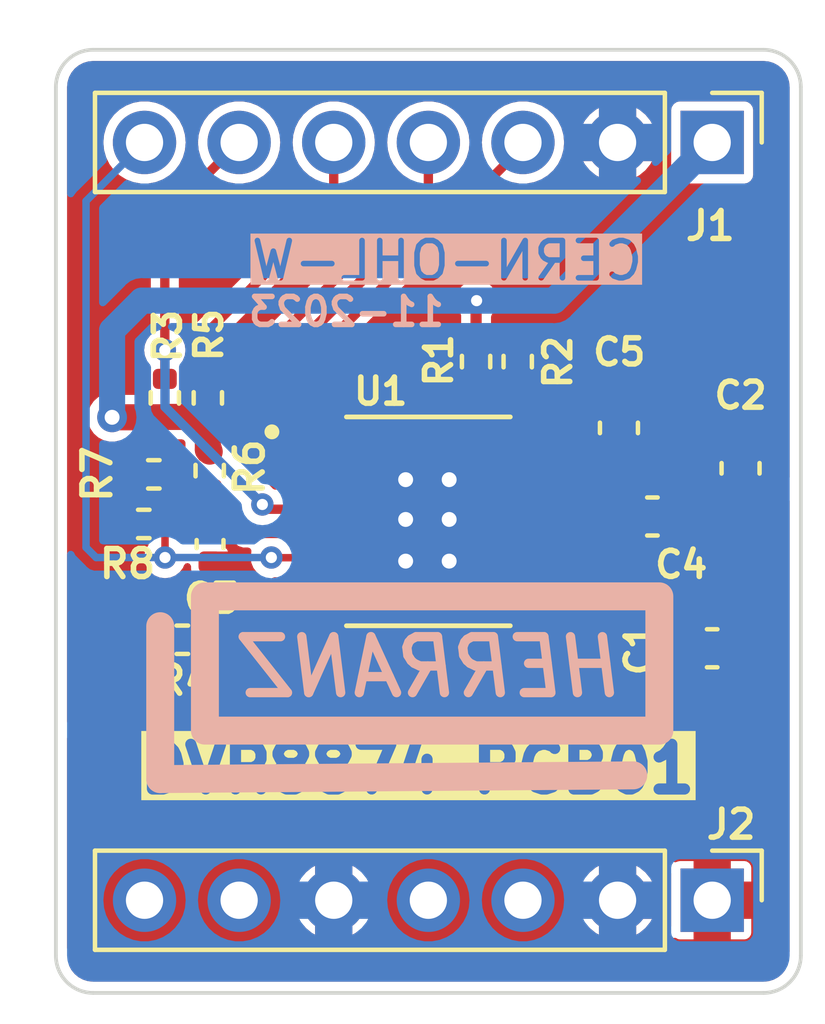
<source format=kicad_pcb>
(kicad_pcb (version 20221018) (generator pcbnew)
  (layers (0 "F.Cu" signal) (31 "B.Cu" signal) (34 "B.Paste" user) (35 "F.Paste" user) (36 "B.SilkS" user "B.Silkscreen") (37 "F.SilkS" user "F.Silkscreen") (38 "B.Mask" user) (39 "F.Mask" user) (44 "Edge.Cuts" user))
  (net 0 "")
  (net 1 "Vdrive")
  (net 2 "GND")
  (net 3 "Net-(U1-VCP)")
  (net 4 "+3V3")
  (net 5 "Net-(U1-CPH)")
  (net 6 "Net-(U1-CPL)")
  (net 7 "/Pmode")
  (net 8 "/nFault")
  (net 9 "/nSleep")
  (net 10 "/PWM")
  (net 11 "/DIR")
  (net 12 "/CurrADC")
  (net 13 "/M+")
  (net 14 "/M-")
  (net 15 "Net-(U1-IMODE)")
  (net 16 "Net-(U1-VREF)")
  (footprint "Resistor_SMD:R_0402_1005Metric" (layer "F.Cu") (at 119.9248 110.99 90)
    (fp_text reference "R3" (at 1.6603 0.0752 90) (layer "F.SilkS") (effects (font (size 0.7 0.7))))
    (fp_text value "10K")
    (fp_line (start -0.153641 -0.38) (end 0.153641 -0.38) (stroke (width 0.12)) (layer "F.SilkS"))
    (fp_line (start -0.153641 0.38) (end 0.153641 0.38) (stroke (width 0.12)) (layer "F.SilkS"))
    (pad "1" smd roundrect (at -0.51 0 90) (size 0.54 0.64) (layers "F.Cu" "F.Paste" "F.Mask") (net 4 "+3V3"))
    (pad "2" smd roundrect (at 0.51 0 90) (size 0.54 0.64) (layers "F.Cu" "F.Paste" "F.Mask") (net 8 "/nFault"))
  )
  (footprint "Resistor_SMD:R_0402_1005Metric" (layer "F.Cu") (at 120.396 117.475)
    (fp_text reference "R4" (at 0.0508 1.0922) (layer "F.SilkS") (effects (font (size 0.75 0.75))))
    (fp_text value "62K")
    (fp_line (start -0.153641 -0.38) (end 0.153641 -0.38) (stroke (width 0.12)) (layer "F.SilkS"))
    (fp_line (start -0.153641 0.38) (end 0.153641 0.38) (stroke (width 0.12)) (layer "F.SilkS"))
    (pad "1" smd roundrect (at -0.51 0) (size 0.54 0.64) (layers "F.Cu" "F.Paste" "F.Mask") (net 2 "GND"))
    (pad "2" smd roundrect (at 0.51 0) (size 0.54 0.64) (layers "F.Cu" "F.Paste" "F.Mask") (net 15 "Net-(U1-IMODE)"))
  )
  (footprint "Capacitor_SMD:C_0603_1608Metric" (layer "F.Cu") (at 132.1168 111.7945 90)
    (fp_text reference "C5" (at 2.032 0.0092) (layer "F.SilkS") (effects (font (size 0.7 0.7))))
    (fp_text value "22nF")
    (fp_line (start -0.14058 -0.51) (end 0.14058 -0.51) (stroke (width 0.12)) (layer "F.SilkS"))
    (fp_line (start -0.14058 0.51) (end 0.14058 0.51) (stroke (width 0.12)) (layer "F.SilkS"))
    (pad "1" smd roundrect (at -0.775 0 90) (size 0.9 0.95) (layers "F.Cu" "F.Paste" "F.Mask") (net 5 "Net-(U1-CPH)"))
    (pad "2" smd roundrect (at 0.775 0 90) (size 0.9 0.95) (layers "F.Cu" "F.Paste" "F.Mask") (net 6 "Net-(U1-CPL)"))
  )
  (footprint "Resistor_SMD:R_0402_1005Metric" (layer "F.Cu") (at 129.399 110.0165 -90)
    (fp_text reference "R2" (at 0.0163 -1.0808 -90) (layer "F.SilkS") (effects (font (size 0.7 0.7))))
    (fp_text value "0")
    (fp_line (start -0.153641 -0.38) (end 0.153641 -0.38) (stroke (width 0.12)) (layer "F.SilkS"))
    (fp_line (start -0.153641 0.38) (end 0.153641 0.38) (stroke (width 0.12)) (layer "F.SilkS"))
    (pad "1" smd roundrect (at -0.51 0 270) (size 0.54 0.64) (layers "F.Cu" "F.Paste" "F.Mask") (net 2 "GND"))
    (pad "2" smd roundrect (at 0.51 0 270) (size 0.54 0.64) (layers "F.Cu" "F.Paste" "F.Mask") (net 7 "/Pmode"))
  )
  (footprint "Resistor_SMD:R_0402_1005Metric" (layer "F.Cu") (at 128.2814 110.0165 90)
    (fp_text reference "R1" (at 0.0345 -1.002 270) (layer "F.SilkS") (effects (font (size 0.7 0.7))))
    (fp_text value "0")
    (fp_line (start -0.153641 -0.38) (end 0.153641 -0.38) (stroke (width 0.12)) (layer "F.SilkS"))
    (fp_line (start -0.153641 0.38) (end 0.153641 0.38) (stroke (width 0.12)) (layer "F.SilkS"))
    (pad "1" smd roundrect (at -0.51 0 90) (size 0.54 0.64) (layers "F.Cu" "F.Paste" "F.Mask") (net 7 "/Pmode"))
    (pad "2" smd roundrect (at 0.51 0 90) (size 0.54 0.64) (layers "F.Cu" "F.Paste" "F.Mask") (net 4 "+3V3"))
  )
  (footprint "Capacitor_SMD:C_0603_1608Metric" (layer "F.Cu") (at 135.382 112.8776 90)
    (fp_text reference "C2" (at 1.9558 0) (layer "F.SilkS") (effects (font (size 0.7 0.7))))
    (fp_text value "100nF")
    (fp_line (start -0.14058 -0.51) (end 0.14058 -0.51) (stroke (width 0.12)) (layer "F.SilkS"))
    (fp_line (start -0.14058 0.51) (end 0.14058 0.51) (stroke (width 0.12)) (layer "F.SilkS"))
    (pad "1" smd roundrect (at -0.775 0 90) (size 0.9 0.95) (layers "F.Cu" "F.Paste" "F.Mask") (net 1 "Vdrive"))
    (pad "2" smd roundrect (at 0.775 0 90) (size 0.9 0.95) (layers "F.Cu" "F.Paste" "F.Mask") (net 2 "GND"))
  )
  (footprint "Connector_PinHeader_2.54mm:PinHeader_1x07_P2.54mm_Vertical" (layer "F.Cu") (at 134.62 124.46 -90)
    (fp_text reference "J2" (at -2.032 -0.508 -180) (layer "F.SilkS") (effects (font (size 0.75 0.75))))
    (fp_text value "Conn1x7")
    (fp_line (start -1.33 -1.33) (end 0 -1.33) (stroke (width 0.12)) (layer "F.SilkS"))
    (fp_line (start -1.33 0) (end -1.33 -1.33) (stroke (width 0.12)) (layer "F.SilkS"))
    (fp_line (start -1.33 1.27) (end -1.33 16.57) (stroke (width 0.12)) (layer "F.SilkS"))
    (fp_line (start -1.33 1.27) (end 1.33 1.27) (stroke (width 0.12)) (layer "F.SilkS"))
    (fp_line (start -1.33 16.57) (end 1.33 16.57) (stroke (width 0.12)) (layer "F.SilkS"))
    (fp_line (start 1.33 1.27) (end 1.33 16.57) (stroke (width 0.12)) (layer "F.SilkS"))
    (pad "1" thru_hole rect (at 0 0 270) (size 1.7 1.7) (drill 1) (layers "*.Cu" "*.Mask") (net 1 "Vdrive"))
    (pad "2" thru_hole oval (at 0 2.54 270) (size 1.7 1.7) (drill 1) (layers "*.Cu" "*.Mask") (net 2 "GND"))
    (pad "3" thru_hole oval (at 0 5.08 270) (size 1.7 1.7) (drill 1) (layers "*.Cu" "*.Mask") (net 14 "/M-"))
    (pad "4" thru_hole oval (at 0 7.62 270) (size 1.7 1.7) (drill 1) (layers "*.Cu" "*.Mask") (net 14 "/M-"))
    (pad "5" thru_hole oval (at 0 10.16 270) (size 1.7 1.7) (drill 1) (layers "*.Cu" "*.Mask") (net 2 "GND"))
    (pad "6" thru_hole oval (at 0 12.7 270) (size 1.7 1.7) (drill 1) (layers "*.Cu" "*.Mask") (net 13 "/M+"))
    (pad "7" thru_hole oval (at 0 15.24 270) (size 1.7 1.7) (drill 1) (layers "*.Cu" "*.Mask") (net 13 "/M+"))
  )
  (footprint "Resistor_SMD:R_0402_1005Metric" (layer "F.Cu") (at 119.63 113.04)
    (fp_text reference "R7" (at -1.52 -0.01 90) (layer "F.SilkS") (effects (font (size 0.75 0.75))))
    (fp_text value "0")
    (fp_line (start -0.153641 -0.38) (end 0.153641 -0.38) (stroke (width 0.12)) (layer "F.SilkS"))
    (fp_line (start -0.153641 0.38) (end 0.153641 0.38) (stroke (width 0.12)) (layer "F.SilkS"))
    (pad "1" smd roundrect (at -0.51 0) (size 0.54 0.64) (layers "F.Cu" "F.Paste" "F.Mask") (net 2 "GND"))
    (pad "2" smd roundrect (at 0.51 0) (size 0.54 0.64) (layers "F.Cu" "F.Paste" "F.Mask") (net 16 "Net-(U1-VREF)"))
  )
  (footprint "Capacitor_SMD:C_0402_1005Metric" (layer "F.Cu") (at 121.14 114.91 -90)
    (fp_text reference "C3" (at 1.46 -0.04) (layer "F.SilkS") (effects (font (size 0.75 0.75))))
    (fp_text value "Gen_C")
    (fp_line (start -0.107836 -0.36) (end 0.107836 -0.36) (stroke (width 0.12)) (layer "F.SilkS"))
    (fp_line (start -0.107836 0.36) (end 0.107836 0.36) (stroke (width 0.12)) (layer "F.SilkS"))
    (pad "1" smd roundrect (at -0.48 0 270) (size 0.56 0.62) (layers "F.Cu" "F.Paste" "F.Mask") (net 16 "Net-(U1-VREF)"))
    (pad "2" smd roundrect (at 0.48 0 270) (size 0.56 0.62) (layers "F.Cu" "F.Paste" "F.Mask") (net 2 "GND"))
  )
  (footprint "Capacitor_SMD:C_0603_1608Metric" (layer "F.Cu") (at 134.62 117.7036 180)
    (fp_text reference "C1" (at 1.9558 -0.0254 90) (layer "F.SilkS") (effects (font (size 0.7 0.7))))
    (fp_text value "100nF")
    (fp_line (start -0.14058 -0.51) (end 0.14058 -0.51) (stroke (width 0.12)) (layer "F.SilkS"))
    (fp_line (start -0.14058 0.51) (end 0.14058 0.51) (stroke (width 0.12)) (layer "F.SilkS"))
    (pad "1" smd roundrect (at -0.775 0 180) (size 0.9 0.95) (layers "F.Cu" "F.Paste" "F.Mask") (net 1 "Vdrive"))
    (pad "2" smd roundrect (at 0.775 0 180) (size 0.9 0.95) (layers "F.Cu" "F.Paste" "F.Mask") (net 2 "GND"))
  )
  (footprint "Capacitor_SMD:C_0603_1608Metric" (layer "F.Cu") (at 133.015 114.17 180)
    (fp_text reference "C4" (at -0.775 -1.29) (layer "F.SilkS") (effects (font (size 0.7 0.7))))
    (fp_text value "100nF")
    (fp_line (start -0.14058 -0.51) (end 0.14058 -0.51) (stroke (width 0.12)) (layer "F.SilkS"))
    (fp_line (start -0.14058 0.51) (end 0.14058 0.51) (stroke (width 0.12)) (layer "F.SilkS"))
    (pad "1" smd roundrect (at -0.775 0 180) (size 0.9 0.95) (layers "F.Cu" "F.Paste" "F.Mask") (net 1 "Vdrive"))
    (pad "2" smd roundrect (at 0.775 0 180) (size 0.9 0.95) (layers "F.Cu" "F.Paste" "F.Mask") (net 3 "Net-(U1-VCP)"))
  )
  (footprint "Connector_PinHeader_2.54mm:PinHeader_1x07_P2.54mm_Vertical" (layer "F.Cu") (at 134.62 104.14 -90)
    (fp_text reference "J1" (at 2.2352 0.0508) (layer "F.SilkS") (effects (font (size 0.75 0.75))))
    (fp_text value "Conn1x7")
    (fp_line (start -1.33 -1.33) (end 0 -1.33) (stroke (width 0.12)) (layer "F.SilkS"))
    (fp_line (start -1.33 0) (end -1.33 -1.33) (stroke (width 0.12)) (layer "F.SilkS"))
    (fp_line (start -1.33 1.27) (end -1.33 16.57) (stroke (width 0.12)) (layer "F.SilkS"))
    (fp_line (start -1.33 1.27) (end 1.33 1.27) (stroke (width 0.12)) (layer "F.SilkS"))
    (fp_line (start -1.33 16.57) (end 1.33 16.57) (stroke (width 0.12)) (layer "F.SilkS"))
    (fp_line (start 1.33 1.27) (end 1.33 16.57) (stroke (width 0.12)) (layer "F.SilkS"))
    (pad "1" thru_hole rect (at 0 0 270) (size 1.7 1.7) (drill 1) (layers "*.Cu" "*.Mask") (net 4 "+3V3"))
    (pad "2" thru_hole oval (at 0 2.54 270) (size 1.7 1.7) (drill 1) (layers "*.Cu" "*.Mask") (net 2 "GND"))
    (pad "3" thru_hole oval (at 0 5.08 270) (size 1.7 1.7) (drill 1) (layers "*.Cu" "*.Mask") (net 10 "/PWM"))
    (pad "4" thru_hole oval (at 0 7.62 270) (size 1.7 1.7) (drill 1) (layers "*.Cu" "*.Mask") (net 11 "/DIR"))
    (pad "5" thru_hole oval (at 0 10.16 270) (size 1.7 1.7) (drill 1) (layers "*.Cu" "*.Mask") (net 9 "/nSleep"))
    (pad "6" thru_hole oval (at 0 12.7 270) (size 1.7 1.7) (drill 1) (layers "*.Cu" "*.Mask") (net 8 "/nFault"))
    (pad "7" thru_hole oval (at 0 15.24 270) (size 1.7 1.7) (drill 1) (layers "*.Cu" "*.Mask") (net 12 "/CurrADC"))
  )
  (footprint "Herranz - PowerIC:SOP65P640X120-17N" (layer "F.Cu") (at 127 114.3)
    (fp_text reference "U1" (at -1.28 -3.485) (layer "F.SilkS") (effects (font (size 0.7 0.7))))
    (fp_text value "DRV8874PWPR")
    (fp_line (start -2.2 -2.8) (end 2.2 -2.8) (stroke (width 0.127)) (layer "F.SilkS"))
    (fp_line (start -2.2 2.8) (end 2.2 2.8) (stroke (width 0.127)) (layer "F.SilkS"))
    (fp_circle (center -4.2 -2.4) (end -4.1 -2.4) (stroke (width 0.2)) (fill none) (layer "F.SilkS"))
    (pad "1" smd roundrect (at -2.87 -2.275) (size 1.57 0.41) (layers "F.Cu" "F.Paste" "F.Mask") (roundrect_rratio 0.05) (net 10 "/PWM"))
    (pad "2" smd roundrect (at -2.87 -1.625) (size 1.57 0.41) (layers "F.Cu" "F.Paste" "F.Mask") (roundrect_rratio 0.05) (net 11 "/DIR"))
    (pad "3" smd roundrect (at -2.87 -0.975) (size 1.57 0.41) (layers "F.Cu" "F.Paste" "F.Mask") (roundrect_rratio 0.05) (net 9 "/nSleep"))
    (pad "4" smd roundrect (at -2.87 -0.325) (size 1.57 0.41) (layers "F.Cu" "F.Paste" "F.Mask") (roundrect_rratio 0.05) (net 8 "/nFault"))
    (pad "5" smd roundrect (at -2.87 0.325) (size 1.57 0.41) (layers "F.Cu" "F.Paste" "F.Mask") (roundrect_rratio 0.05) (net 16 "Net-(U1-VREF)"))
    (pad "6" smd roundrect (at -2.87 0.975) (size 1.57 0.41) (layers "F.Cu" "F.Paste" "F.Mask") (roundrect_rratio 0.05) (net 12 "/CurrADC"))
    (pad "7" smd roundrect (at -2.87 1.625) (size 1.57 0.41) (layers "F.Cu" "F.Paste" "F.Mask") (roundrect_rratio 0.05) (net 15 "Net-(U1-IMODE)"))
    (pad "8" smd roundrect (at -2.87 2.275) (size 1.57 0.41) (layers "F.Cu" "F.Paste" "F.Mask") (roundrect_rratio 0.05) (net 13 "/M+"))
    (pad "9" smd roundrect (at 2.87 2.275) (size 1.57 0.41) (layers "F.Cu" "F.Paste" "F.Mask") (roundrect_rratio 0.05) (net 2 "GND"))
    (pad "10" smd roundrect (at 2.87 1.625) (size 1.57 0.41) (layers "F.Cu" "F.Paste" "F.Mask") (roundrect_rratio 0.05) (net 14 "/M-"))
    (pad "11" smd roundrect (at 2.87 0.975) (size 1.57 0.41) (layers "F.Cu" "F.Paste" "F.Mask") (roundrect_rratio 0.05) (net 1 "Vdrive"))
    (pad "12" smd roundrect (at 2.87 0.325) (size 1.57 0.41) (layers "F.Cu" "F.Paste" "F.Mask") (roundrect_rratio 0.05) (net 3 "Net-(U1-VCP)"))
    (pad "13" smd roundrect (at 2.87 -0.325) (size 1.57 0.41) (layers "F.Cu" "F.Paste" "F.Mask") (roundrect_rratio 0.05) (net 5 "Net-(U1-CPH)"))
    (pad "14" smd roundrect (at 2.87 -0.975) (size 1.57 0.41) (layers "F.Cu" "F.Paste" "F.Mask") (roundrect_rratio 0.05) (net 6 "Net-(U1-CPL)"))
    (pad "15" smd roundrect (at 2.87 -1.625) (size 1.57 0.41) (layers "F.Cu" "F.Paste" "F.Mask") (roundrect_rratio 0.05) (net 2 "GND"))
    (pad "16" smd roundrect (at 2.87 -2.275) (size 1.57 0.41) (layers "F.Cu" "F.Paste" "F.Mask") (roundrect_rratio 0.05) (net 7 "/Pmode"))
    (pad "17" smd rect (at 0 0) (size 2.48 3.4) (layers "F.Cu" "F.Mask"))
  )
  (footprint "Resistor_SMD:R_0402_1005Metric" (layer "F.Cu") (at 121.08 110.99 90)
    (fp_text reference "R5" (at 1.6857 0.0288 90) (layer "F.SilkS") (effects (font (size 0.7 0.7))))
    (fp_text value "10K")
    (fp_line (start -0.153641 -0.38) (end 0.153641 -0.38) (stroke (width 0.12)) (layer "F.SilkS"))
    (fp_line (start -0.153641 0.38) (end 0.153641 0.38) (stroke (width 0.12)) (layer "F.SilkS"))
    (pad "1" smd roundrect (at -0.51 0 90) (size 0.54 0.64) (layers "F.Cu" "F.Paste" "F.Mask") (net 4 "+3V3"))
    (pad "2" smd roundrect (at 0.51 0 90) (size 0.54 0.64) (layers "F.Cu" "F.Paste" "F.Mask") (net 9 "/nSleep"))
  )
  (footprint "Resistor_SMD:R_0402_1005Metric" (layer "F.Cu") (at 119.36 114.37)
    (fp_text reference "R8" (at -0.4372 1.07 180) (layer "F.SilkS") (effects (font (size 0.75 0.75))))
    (fp_text value "2.49K")
    (fp_line (start -0.153641 -0.38) (end 0.153641 -0.38) (stroke (width 0.12)) (layer "F.SilkS"))
    (fp_line (start -0.153641 0.38) (end 0.153641 0.38) (stroke (width 0.12)) (layer "F.SilkS"))
    (pad "1" smd roundrect (at -0.51 0) (size 0.54 0.64) (layers "F.Cu" "F.Paste" "F.Mask") (net 2 "GND"))
    (pad "2" smd roundrect (at 0.51 0) (size 0.54 0.64) (layers "F.Cu" "F.Paste" "F.Mask") (net 12 "/CurrADC"))
  )
  (footprint "Resistor_SMD:R_0402_1005Metric" (layer "F.Cu") (at 121.13 112.94 90)
    (fp_text reference "R6" (at 0.09 1.07 90) (layer "F.SilkS") (effects (font (size 0.75 0.75))))
    (fp_text value "10K")
    (fp_line (start -0.153641 -0.38) (end 0.153641 -0.38) (stroke (width 0.12)) (layer "F.SilkS"))
    (fp_line (start -0.153641 0.38) (end 0.153641 0.38) (stroke (width 0.12)) (layer "F.SilkS"))
    (pad "1" smd roundrect (at -0.51 0 90) (size 0.54 0.64) (layers "F.Cu" "F.Paste" "F.Mask") (net 16 "Net-(U1-VREF)"))
    (pad "2" smd roundrect (at 0.51 0 90) (size 0.54 0.64) (layers "F.Cu" "F.Paste" "F.Mask") (net 4 "+3V3"))
  )
  (footprint "Herranz - Various:LOGO_small" (layer "B.Cu") (at 127.1016 118.2116 180)
    (fp_text reference "U2" hide)
    (fp_text value "Logo_Small" hide)
    (fp_text user "HERRANZ" (at 0 0 unlocked) (layer "B.SilkS") (effects (font (size 1.5 1.5) (thickness 0.25) italic) (justify mirror)))
    (fp_line (start 7.3 -3) (end -5.4 -2.9) (stroke (width 0.75)) (layer "B.SilkS"))
    (fp_line (start 7.3 1.1) (end 7.3 -3) (stroke (width 0.75)) (layer "B.SilkS"))
    (fp_rect (start -6.1 1.9) (end 6.1 -1.7) (stroke (width 0.75)) (fill none) (layer "B.SilkS"))
  )
  (gr_arc (start 137 125.945) (mid 136.707107 126.652107) (end 136 126.945) (stroke (width 0.1)) (layer "Edge.Cuts"))
  (gr_line (start 118 101.655) (end 136 101.655) (stroke (width 0.1)) (layer "Edge.Cuts"))
  (gr_line (start 136 126.945) (end 118 126.945) (stroke (width 0.1)) (layer "Edge.Cuts"))
  (gr_arc (start 136 101.655) (mid 136.707107 101.947893) (end 137 102.655) (stroke (width 0.1)) (layer "Edge.Cuts"))
  (gr_line (start 117 125.945) (end 117 102.655) (stroke (width 0.1)) (layer "Edge.Cuts"))
  (gr_arc (start 118 126.945) (mid 117.292893 126.652107) (end 117 125.945) (stroke (width 0.1)) (layer "Edge.Cuts"))
  (gr_line (start 137 102.655) (end 137 125.945) (stroke (width 0.1)) (layer "Edge.Cuts"))
  (gr_arc (start 117 102.655) (mid 117.292893 101.947893) (end 118 101.655) (stroke (width 0.1)) (layer "Edge.Cuts"))
  (gr_text "CERN-OHL-W" (at 132.842 107.8992) (layer "B.SilkS" knockout) (effects (font (size 1 1)) (justify left bottom mirror)))
  (gr_text "11-2023" (at 127.508 109.1184) (layer "B.SilkS") (effects (font (size 0.75 0.75)) (justify left bottom mirror)))
  (gr_text "DVR8874 PCB01" (at 119.11 121.64) (layer "F.SilkS" knockout) (effects (font (size 1.2 1.2) (thickness 0.3)) (justify left bottom)))
  (segment (start 129.87 116.575) (end 127.392 116.575) (width 0.25) (layer "F.Cu") (net 2))
  (segment (start 127.392 116.575) (end 127.381 116.586) (width 0.25) (layer "F.Cu") (net 2))
  (via (at 127.5588 113.1824) (size 0.8) (drill 0.4) (layers "F.Cu" "B.Cu") (net 2))
  (via (at 126.3904 113.1824) (size 0.8) (drill 0.4) (layers "F.Cu" "B.Cu") (net 2))
  (via (at 127.5588 115.3668) (size 0.8) (drill 0.4) (layers "F.Cu" "B.Cu") (net 2))
  (via (at 126.3904 114.2492) (size 0.8) (drill 0.4) (layers "F.Cu" "B.Cu") (net 2))
  (via (at 126.3904 115.3668) (size 0.8) (drill 0.4) (layers "F.Cu" "B.Cu") (net 2))
  (via (at 127.5588 114.2492) (size 0.8) (drill 0.4) (layers "F.Cu" "B.Cu") (net 2))
  (segment (start 131.87 114.17) (end 131.41 114.63) (width 0.25) (layer "F.Cu") (net 3))
  (segment (start 131.41 114.63) (end 131.405 114.625) (width 0.25) (layer "F.Cu") (net 3))
  (segment (start 131.405 114.625) (end 129.87 114.625) (width 0.25) (layer "F.Cu") (net 3))
  (segment (start 132.24 114.17) (end 131.87 114.17) (width 0.25) (layer "F.Cu") (net 3))
  (segment (start 121.08 111.5) (end 119.9248 111.5) (width 0.7) (layer "F.Cu") (net 4))
  (segment (start 119.9148 111.51) (end 119.9248 111.5) (width 0.7) (layer "F.Cu") (net 4))
  (segment (start 121.08 111.5) (end 121.08 112.38) (width 0.7) (layer "F.Cu") (net 4))
  (segment (start 128.2954 108.3818) (end 128.2814 108.3958) (width 0.3) (layer "F.Cu") (net 4))
  (segment (start 118.5095 111.51) (end 119.9148 111.51) (width 0.7) (layer "F.Cu") (net 4))
  (segment (start 119.93 111.5052) (end 119.9248 111.5) (width 0.7) (layer "F.Cu") (net 4))
  (segment (start 121.08 112.38) (end 121.13 112.43) (width 0.7) (layer "F.Cu") (net 4))
  (segment (start 128.2814 108.3958) (end 128.2814 109.5065) (width 0.3) (layer "F.Cu") (net 4))
  (via (at 118.5095 111.51) (size 0.8) (drill 0.4) (layers "F.Cu" "B.Cu") (net 4))
  (via (at 128.2954 108.3818) (size 0.6) (drill 0.3) (layers "F.Cu" "B.Cu") (net 4))
  (segment (start 118.5095 109.1761) (end 118.5095 111.51) (width 0.7) (layer "B.Cu") (net 4))
  (segment (start 119.3038 108.3818) (end 118.5095 109.1761) (width 0.7) (layer "B.Cu") (net 4))
  (segment (start 128.2954 108.3818) (end 130.3782 108.3818) (width 0.7) (layer "B.Cu") (net 4))
  (segment (start 128.2954 108.3818) (end 119.3038 108.3818) (width 0.7) (layer "B.Cu") (net 4))
  (segment (start 130.3782 108.3818) (end 134.62 104.14) (width 0.7) (layer "B.Cu") (net 4))
  (segment (start 131.21 113.975) (end 129.87 113.975) (width 0.25) (layer "F.Cu") (net 5))
  (segment (start 132.1168 113.0682) (end 131.21 113.975) (width 0.25) (layer "F.Cu") (net 5))
  (segment (start 132.1168 112.5695) (end 132.1168 113.0682) (width 0.25) (layer "F.Cu") (net 5))
  (segment (start 131.155 112.93) (end 130.76 113.325) (width 0.25) (layer "F.Cu") (net 6))
  (segment (start 132.1168 111.0195) (end 131.5755 111.0195) (width 0.25) (layer "F.Cu") (net 6))
  (segment (start 131.155 111.44) (end 131.155 112.93) (width 0.25) (layer "F.Cu") (net 6))
  (segment (start 130.76 113.325) (end 129.87 113.325) (width 0.25) (layer "F.Cu") (net 6))
  (segment (start 131.5755 111.0195) (end 131.155 111.44) (width 0.25) (layer "F.Cu") (net 6))
  (segment (start 128.2814 110.5265) (end 129.399 110.5265) (width 0.25) (layer "F.Cu") (net 7))
  (segment (start 129.399 110.5265) (end 129.399 111.554) (width 0.25) (layer "F.Cu") (net 7))
  (segment (start 129.399 111.554) (end 129.87 112.025) (width 0.25) (layer "F.Cu") (net 7))
  (segment (start 121.92 104.14) (end 119.9248 106.1352) (width 0.25) (layer "F.Cu") (net 8))
  (segment (start 119.9248 110.48) (end 119.9248 109.71) (width 0.25) (layer "F.Cu") (net 8))
  (segment (start 122.670627 113.975) (end 124.13 113.975) (width 0.25) (layer "F.Cu") (net 8))
  (segment (start 122.543454 113.847827) (end 122.670627 113.975) (width 0.25) (layer "F.Cu") (net 8))
  (segment (start 119.9248 106.1352) (end 119.9248 109.71) (width 0.25) (layer "F.Cu") (net 8))
  (via (at 122.543454 113.847827) (size 0.6) (drill 0.3) (layers "F.Cu" "B.Cu") (net 8))
  (via (at 119.9248 109.71) (size 0.6) (drill 0.3) (layers "F.Cu" "B.Cu") (net 8))
  (segment (start 119.93 109.7152) (end 119.9248 109.71) (width 0.25) (layer "B.Cu") (net 8))
  (segment (start 122.543454 113.847827) (end 122.543454 113.843351) (width 0.25) (layer "B.Cu") (net 8))
  (segment (start 119.93 111.229897) (end 119.93 109.7152) (width 0.25) (layer "B.Cu") (net 8))
  (segment (start 122.543454 113.843351) (end 119.93 111.229897) (width 0.25) (layer "B.Cu") (net 8))
  (segment (start 124.46 105.83) (end 121.08 109.21) (width 0.25) (layer "F.Cu") (net 9))
  (segment (start 121.08 109.21) (end 121.08 110.48) (width 0.25) (layer "F.Cu") (net 9))
  (segment (start 124.46 104.14) (end 124.46 105.83) (width 0.25) (layer "F.Cu") (net 9))
  (segment (start 122.904511 113.325) (end 121.87 112.290489) (width 0.25) (layer "F.Cu") (net 9))
  (segment (start 121.87 110.66) (end 121.69 110.48) (width 0.25) (layer "F.Cu") (net 9))
  (segment (start 121.69 110.48) (end 121.08 110.48) (width 0.25) (layer "F.Cu") (net 9))
  (segment (start 124.13 113.325) (end 122.904511 113.325) (width 0.25) (layer "F.Cu") (net 9))
  (segment (start 121.87 112.290489) (end 121.87 110.66) (width 0.25) (layer "F.Cu") (net 9))
  (segment (start 124.13 112.025) (end 124.13 109.66) (width 0.25) (layer "F.Cu") (net 10))
  (segment (start 124.13 109.66) (end 129.54 104.25) (width 0.25) (layer "F.Cu") (net 10))
  (segment (start 129.54 104.25) (end 129.54 104.14) (width 0.25) (layer "F.Cu") (net 10))
  (segment (start 122.905 112.675) (end 122.39 112.16) (width 0.25) (layer "F.Cu") (net 11))
  (segment (start 127 105.32) (end 127 104.14) (width 0.25) (layer "F.Cu") (net 11))
  (segment (start 124.13 112.675) (end 122.905 112.675) (width 0.25) (layer "F.Cu") (net 11))
  (segment (start 122.39 112.16) (end 122.39 109.93) (width 0.25) (layer "F.Cu") (net 11))
  (segment (start 122.39 109.93) (end 127 105.32) (width 0.25) (layer "F.Cu") (net 11))
  (segment (start 122.79 115.275) (end 122.785 115.27) (width 0.2) (layer "F.Cu") (net 12))
  (segment (start 119.93 114.43) (end 119.87 114.37) (width 0.2) (layer "F.Cu") (net 12))
  (segment (start 119.93 115.27) (end 119.93 114.43) (width 0.2) (layer "F.Cu") (net 12))
  (segment (start 124.13 115.275) (end 122.79 115.275) (width 0.2) (layer "F.Cu") (net 12))
  (via (at 119.93 115.27) (size 0.6) (drill 0.3) (layers "F.Cu" "B.Cu") (net 12))
  (via (at 122.785 115.27) (size 0.6) (drill 0.3) (layers "F.Cu" "B.Cu") (net 12))
  (segment (start 118.08 115.27) (end 119.93 115.27) (width 0.2) (layer "B.Cu") (net 12))
  (segment (start 122.785 115.27) (end 119.93 115.27) (width 0.2) (layer "B.Cu") (net 12))
  (segment (start 118.08 115.27) (end 117.81 115) (width 0.2) (layer "B.Cu") (net 12))
  (segment (start 117.81 115) (end 117.81 105.71) (width 0.2) (layer "B.Cu") (net 12))
  (segment (start 117.81 105.71) (end 119.38 104.14) (width 0.2) (layer "B.Cu") (net 12))
  (segment (start 122.8858 115.925) (end 121.3084 117.5024) (width 0.25) (layer "F.Cu") (net 15))
  (segment (start 121.3084 117.5024) (end 120.8786 117.5024) (width 0.25) (layer "F.Cu") (net 15))
  (segment (start 124.13 115.925) (end 122.8858 115.925) (width 0.25) (layer "F.Cu") (net 15))
  (segment (start 121.14 114.43) (end 121.14 113.46) (width 0.25) (layer "F.Cu") (net 16))
  (segment (start 121.89 114.43) (end 122.085 114.625) (width 0.25) (layer "F.Cu") (net 16))
  (segment (start 122.085 114.625) (end 124.13 114.625) (width 0.25) (layer "F.Cu") (net 16))
  (segment (start 120.55 113.45) (end 120.14 113.04) (width 0.25) (layer "F.Cu") (net 16))
  (segment (start 121.14 113.46) (end 121.13 113.45) (width 0.25) (layer "F.Cu") (net 16))
  (segment (start 121.13 113.45) (end 120.55 113.45) (width 0.25) (layer "F.Cu") (net 16))
  (segment (start 121.14 114.43) (end 121.89 114.43) (width 0.25) (layer "F.Cu") (net 16))
  (zone (net 13) (net_name "/M+") (layer "F.Cu") (priority 1) (connect_pads yes (clearance 0.25)) (min_thickness 0.2) (fill yes (thermal_gap 0.2) (thermal_bridge_width 1) (smoothing fillet))
    (polygon (pts (xy 122.68 116.23) (xy 122.68 116.69) (xy 119.35 120.02) (xy 117.72 120.02) (xy 117.1 120.02) (xy 117.1 125.8344) (xy 123.23 125.8344) (xy 123.23 122.52) (xy 123.232435 121.979938) (xy 125.55 119.644236) (xy 125.55 118.42) (xy 125.55 116.3) (xy 125.48 116.23)))
  )
  (zone (net 1) (net_name "Vdrive") (layer "F.Cu") (priority 2) (connect_pads (clearance 0.25)) (min_thickness 0.2) (fill yes (thermal_gap 0.2) (thermal_bridge_width 1) (smoothing fillet))
    (polygon (pts (xy 128.63 114.87) (xy 128.63 115.7) (xy 132.09 115.7) (xy 132.93 116.54) (xy 134.8296 116.54) (xy 134.8296 121.970593) (xy 133.53 123.26) (xy 133.51 125.93) (xy 133.54 125.94) (xy 136.73 125.94) (xy 136.73 113.75) (xy 136.17 113.19) (xy 130.31 113.19)))
  )
  (zone (net 14) (net_name "/M-") (layer "F.Cu") (priority 3) (connect_pads yes (clearance 0.25)) (min_thickness 0.25) (fill yes (thermal_gap 0.5) (thermal_bridge_width 0.5))
    (polygon (pts (xy 128.3462 115.7224) (xy 128.3462 118.8974) (xy 125.5014 121.7422) (xy 125.5014 125.9586) (xy 130.8862 125.9586) (xy 130.8862 123.1646) (xy 130.8735 123.1519) (xy 132.0292 121.9962) (xy 132.3086 121.7168) (xy 132.3086 116.3574) (xy 132.3086 115.7224)))
  )
  (zone (net 2) (net_name "GND") (layers "F&B.Cu") (connect_pads (clearance 0.25)) (min_thickness 0.2) (fill yes (thermal_gap 0.2) (thermal_bridge_width 1) (smoothing fillet))
    (polygon (pts (xy 137.19 101.26) (xy 137.3 127.42) (xy 115.5 127.51) (xy 116.23 100.32)))
  )
)
</source>
